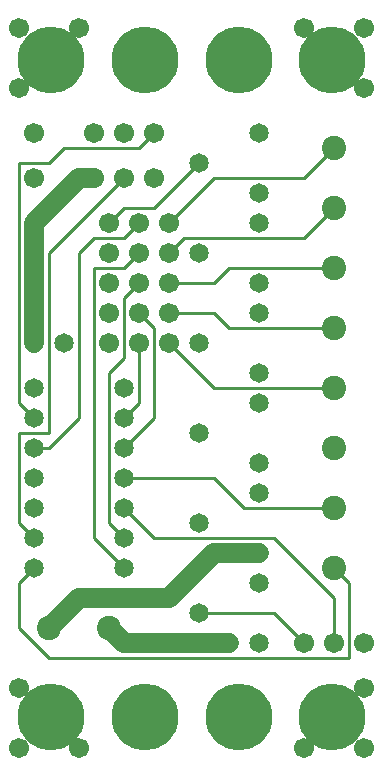
<source format=gbl>
%MOIN*%
%FSLAX25Y25*%
G04 D10 used for Character Trace; *
G04     Circle (OD=.01000) (No hole)*
G04 D11 used for Power Trace; *
G04     Circle (OD=.06700) (No hole)*
G04 D12 used for Signal Trace; *
G04     Circle (OD=.01100) (No hole)*
G04 D13 used for Via; *
G04     Circle (OD=.05800) (Round. Hole ID=.02800)*
G04 D14 used for Component hole; *
G04     Circle (OD=.06500) (Round. Hole ID=.03500)*
G04 D15 used for Component hole; *
G04     Circle (OD=.06700) (Round. Hole ID=.04300)*
G04 D16 used for Component hole; *
G04     Circle (OD=.08100) (Round. Hole ID=.05100)*
G04 D17 used for Component hole; *
G04     Circle (OD=.08900) (Round. Hole ID=.05900)*
G04 D18 used for Component hole; *
G04     Circle (OD=.11300) (Round. Hole ID=.08300)*
G04 D19 used for Component hole; *
G04     Circle (OD=.16000) (Round. Hole ID=.13000)*
G04 D20 used for Component hole; *
G04     Circle (OD=.18300) (Round. Hole ID=.15300)*
G04 D21 used for Component hole; *
G04     Circle (OD=.22291) (Round. Hole ID=.19291)*
%ADD10C,.01000*%
%ADD11C,.06700*%
%ADD12C,.01100*%
%ADD13C,.05800*%
%ADD14C,.06500*%
%ADD15C,.06700*%
%ADD16C,.08100*%
%ADD17C,.08900*%
%ADD18C,.11300*%
%ADD19C,.16000*%
%ADD20C,.18300*%
%ADD21C,.22291*%
%IPPOS*%
%LPD*%
G90*X0Y0D02*D15*X5000Y5000D03*D21*X15625Y15625D03*
D15*X5000Y25000D03*X25000Y5000D03*D12*            
X15000Y35000D02*X115000D01*Y60000D01*             
X110000Y65000D01*D16*D03*D12*Y40000D02*Y55000D01* 
D15*Y40000D03*X120000D03*X100000D03*D12*          
X90000Y50000D01*X65000D01*D14*D03*D13*            
X75000Y40000D03*D11*X40000D01*X35000Y45000D01*D16*
D03*D11*X15000D02*X25000Y55000D01*D16*            
X15000Y45000D03*D11*X25000Y55000D02*X55000D01*    
X70000Y70000D01*X85000D01*D14*D03*D12*            
X110000Y55000D02*X90000Y75000D01*X50000D01*       
X40000Y85000D01*D14*D03*D12*Y75000D02*            
X35000Y80000D01*D14*X40000Y75000D03*D12*          
X35000Y80000D02*Y130000D01*X40000Y135000D01*      
Y155000D01*X45000Y160000D01*D15*D03*D12*          
X30000Y165000D02*X40000D01*X30000Y75000D02*       
Y165000D01*X40000Y65000D02*X30000Y75000D01*D14*   
X40000Y65000D03*X65000Y80000D03*D12*              
X80000Y85000D02*X70000Y95000D01*X80000Y85000D02*  
X110000D01*D16*D03*Y105000D03*D14*X85000Y60000D03*
Y100000D03*Y90000D03*Y120000D03*D12*              
X70000Y125000D02*X110000D01*D16*D03*Y145000D03*   
D12*X75000D01*X70000Y150000D01*X55000D01*D15*D03* 
D12*X50000Y115000D02*Y145000D01*X40000Y105000D02* 
X50000Y115000D01*D14*X40000Y105000D03*Y115000D03* 
D12*X45000Y120000D01*Y140000D01*D15*D03*D12*      
X50000Y145000D02*X45000Y150000D01*D15*D03*        
X55000Y140000D03*D12*X70000Y125000D01*D14*        
X65000Y110000D03*X85000Y130000D03*                
X65000Y140000D03*X85000Y150000D03*X40000Y95000D03*
D12*X70000D01*D14*X40000Y125000D03*D12*           
X15000Y105000D02*X25000Y115000D01*                
X10000Y105000D02*X15000D01*D14*X10000D03*D12*     
X5000Y110000D02*X15000D01*X5000Y80000D02*         
Y110000D01*X10000Y75000D02*X5000Y80000D01*D14*    
X10000Y75000D03*Y85000D03*Y65000D03*D12*          
X5000Y60000D01*Y45000D01*X15000Y35000D01*D21*     
X46875Y15625D03*D14*X10000Y95000D03*D21*          
X78125Y15625D03*D14*X85000Y40000D03*D12*          
X15000Y110000D02*Y170000D01*X40000Y195000D01*D15* 
D03*D12*Y185000D02*X50000D01*X35000Y180000D02*    
X40000Y185000D01*D15*X35000Y180000D03*D12*        
X30000Y175000D02*X40000D01*X25000Y170000D02*      
X30000Y175000D01*X25000Y115000D02*Y170000D01*D14* 
X10000Y125000D03*Y115000D03*D12*X5000Y120000D01*  
Y200000D01*X15000D01*X20000Y205000D01*X45000D01*  
X50000Y210000D01*D15*D03*X40000D03*D14*           
X65000Y200000D03*D12*X50000Y185000D01*D15*        
X55000Y180000D03*D12*X70000Y195000D01*X100000D01* 
X110000Y205000D01*D16*D03*D15*X120000Y225000D03*  
D16*X110000Y185000D03*D12*X100000Y175000D01*      
X60000D01*X55000Y170000D01*D15*D03*               
X45000Y180000D03*D12*X40000Y175000D01*D15*        
X45000Y170000D03*D12*X40000Y165000D01*D15*        
X35000Y170000D03*Y160000D03*X55000D03*D12*        
X70000D01*X75000Y165000D01*X110000D01*D16*D03*D14*
X85000Y190000D03*Y180000D03*Y160000D03*           
X65000Y170000D03*X85000Y210000D03*D15*            
X50000Y195000D03*D21*X109375Y234375D03*X78125D03* 
X46875D03*D15*X35000Y150000D03*Y140000D03*        
X30000Y210000D03*Y195000D03*D11*X25000D01*        
X10000Y180000D01*Y140000D01*D14*D03*X20000D03*D15*
X10000Y195000D03*Y210000D03*X5000Y225000D03*D21*  
X15625Y234375D03*D15*X100000Y245000D03*X25000D03* 
X5000D03*X120000D03*Y25000D03*D21*                
X109375Y15625D03*D15*X100000Y5000D03*X120000D03*  
M02*                                              

</source>
